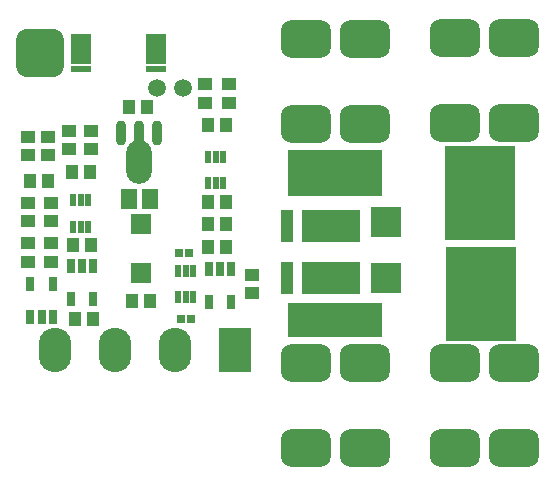
<source format=gbr>
G04 Layer_Color=8388736*
%FSLAX25Y25*%
%MOIN*%
%TF.FileFunction,Soldermask,Top*%
%TF.Part,Single*%
G01*
G75*
%ADD37R,0.23622X0.31496*%
%ADD38R,0.31496X0.15748*%
%ADD39R,0.31496X0.11811*%
%ADD40R,0.09843X0.09843*%
%TA.AperFunction,SMDPad*%
%ADD41R,0.04461X0.04658*%
%TA.AperFunction,SMDPad*%
%ADD42R,0.04658X0.04461*%
%TA.AperFunction,SMDPad*%
%ADD43R,0.03162X0.04737*%
%TA.AperFunction,SMDPad*%
%ADD44R,0.03162X0.05131*%
%TA.AperFunction,SMDPad*%
%ADD45R,0.01969X0.03937*%
%TA.AperFunction,SMDPad*%
%ADD46R,0.06890X0.10236*%
%TA.AperFunction,SMDPad*%
%ADD47R,0.06890X0.01969*%
%TA.AperFunction,SMDPad*%
%ADD48R,0.02762X0.02959*%
%TA.AperFunction,SMDPad*%
%ADD49R,0.06706X0.07099*%
%TA.AperFunction,SMDPad*%
%ADD50R,0.05367X0.06587*%
%TA.AperFunction,SMDPad*%
%ADD51O,0.03556X0.08280*%
%TA.AperFunction,SMDPad*%
%ADD52O,0.03556X0.09068*%
%TA.AperFunction,SMDPad*%
%ADD53O,0.08674X0.14579*%
%TA.AperFunction,SMDPad*%
%ADD54R,0.19698X0.10642*%
%TA.AperFunction,SMDPad*%
%ADD55R,0.04343X0.10642*%
%TA.AperFunction,ConnectorPad*%
%ADD56C,0.05906*%
%TA.AperFunction,ConnectorPad*%
G04:AMPARAMS|DCode=57|XSize=161.42mil|YSize=161.42mil|CornerRadius=41.34mil|HoleSize=0mil|Usage=FLASHONLY|Rotation=180.000|XOffset=0mil|YOffset=0mil|HoleType=Round|Shape=RoundedRectangle|*
%AMROUNDEDRECTD57*
21,1,0.16142,0.07874,0,0,180.0*
21,1,0.07874,0.16142,0,0,180.0*
1,1,0.08268,-0.03937,0.03937*
1,1,0.08268,0.03937,0.03937*
1,1,0.08268,0.03937,-0.03937*
1,1,0.08268,-0.03937,-0.03937*
%
%ADD57ROUNDEDRECTD57*%
%TA.AperFunction,ViaPad*%
%ADD58O,0.10800X0.14800*%
%TA.AperFunction,ViaPad*%
%ADD59R,0.10800X0.14800*%
%TA.AperFunction,ViaPad*%
G04:AMPARAMS|DCode=60|XSize=165.48mil|YSize=126.11mil|CornerRadius=33.53mil|HoleSize=0mil|Usage=FLASHONLY|Rotation=0.000|XOffset=0mil|YOffset=0mil|HoleType=Round|Shape=RoundedRectangle|*
%AMROUNDEDRECTD60*
21,1,0.16548,0.05906,0,0,0.0*
21,1,0.09843,0.12611,0,0,0.0*
1,1,0.06706,0.04921,-0.02953*
1,1,0.06706,-0.04921,-0.02953*
1,1,0.06706,-0.04921,0.02953*
1,1,0.06706,0.04921,0.02953*
%
%ADD60ROUNDEDRECTD60*%
D37*
X509189Y300748D02*
D03*
X509311Y267248D02*
D03*
D38*
X460752Y307626D02*
D03*
D39*
X460748Y258594D02*
D03*
D40*
X477921Y291079D02*
D03*
Y272579D02*
D03*
D41*
X358968Y305000D02*
D03*
X365032D02*
D03*
X380031Y259000D02*
D03*
X373969D02*
D03*
X373468Y283500D02*
D03*
X379532D02*
D03*
X372969Y308000D02*
D03*
X379031D02*
D03*
X424532Y323500D02*
D03*
X418469D02*
D03*
X392969Y265000D02*
D03*
X399031D02*
D03*
X391968Y329500D02*
D03*
X398031D02*
D03*
X424532Y298000D02*
D03*
X418469D02*
D03*
X424532Y283000D02*
D03*
X418469D02*
D03*
X424532Y290500D02*
D03*
X418469D02*
D03*
D42*
X358500Y297532D02*
D03*
Y291469D02*
D03*
X365000Y319531D02*
D03*
Y313469D02*
D03*
X358500Y313469D02*
D03*
Y319531D02*
D03*
Y284032D02*
D03*
Y277969D02*
D03*
X366000Y297532D02*
D03*
Y291469D02*
D03*
Y277969D02*
D03*
Y284032D02*
D03*
X372000Y315469D02*
D03*
Y321532D02*
D03*
X379500Y315469D02*
D03*
Y321532D02*
D03*
X417500Y337032D02*
D03*
Y330968D02*
D03*
X425500Y337032D02*
D03*
Y330968D02*
D03*
X433000Y273532D02*
D03*
Y267469D02*
D03*
D43*
X359260Y259587D02*
D03*
X363000D02*
D03*
X366740D02*
D03*
Y270413D02*
D03*
X359260D02*
D03*
D44*
X380240Y265488D02*
D03*
X372760D02*
D03*
Y276512D02*
D03*
X376500D02*
D03*
X380240D02*
D03*
X426240Y275512D02*
D03*
X422500D02*
D03*
X418760D02*
D03*
Y264488D02*
D03*
X426240D02*
D03*
D45*
X373441Y289571D02*
D03*
X376000D02*
D03*
X378559D02*
D03*
Y298429D02*
D03*
X376000D02*
D03*
X373441D02*
D03*
X408441Y266071D02*
D03*
X411000D02*
D03*
X413559D02*
D03*
Y274929D02*
D03*
X411000D02*
D03*
X408441D02*
D03*
X418441Y312929D02*
D03*
X423559Y304071D02*
D03*
X421000D02*
D03*
X418441D02*
D03*
X423559Y312929D02*
D03*
X421000D02*
D03*
D46*
X376000Y348894D02*
D03*
X401200D02*
D03*
D47*
X376000Y342201D02*
D03*
X401201D02*
D03*
D48*
X412673Y259000D02*
D03*
X409327D02*
D03*
X408827Y281000D02*
D03*
X412173D02*
D03*
D49*
X396000Y274331D02*
D03*
Y290669D02*
D03*
D50*
X399004Y299000D02*
D03*
X391996D02*
D03*
D51*
X401405Y321000D02*
D03*
X389595D02*
D03*
D52*
X395500Y320606D02*
D03*
D53*
Y311157D02*
D03*
D54*
X459500Y272677D02*
D03*
Y290000D02*
D03*
D55*
X444736D02*
D03*
Y272677D02*
D03*
D56*
X410000Y336000D02*
D03*
X401500D02*
D03*
D57*
X362500Y347500D02*
D03*
D58*
X367500Y248500D02*
D03*
X387500D02*
D03*
X407500D02*
D03*
D59*
X427500D02*
D03*
D60*
X500658Y244173D02*
D03*
X520342D02*
D03*
Y215827D02*
D03*
X500658D02*
D03*
X451158Y244173D02*
D03*
X470843D02*
D03*
Y215827D02*
D03*
X451158D02*
D03*
Y352173D02*
D03*
X470843D02*
D03*
Y323827D02*
D03*
X451158D02*
D03*
X500658Y352673D02*
D03*
X520342D02*
D03*
Y324327D02*
D03*
X500658D02*
D03*
%TF.MD5,3938344F9F40ADFC417A6183CFA5148B*%
M02*

</source>
